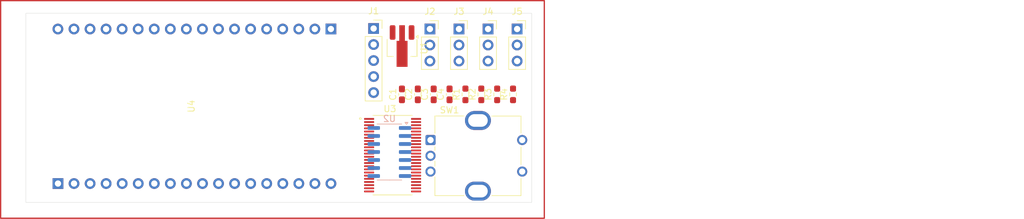
<source format=kicad_pcb>
(kicad_pcb (version 20240108) (generator "pcbnew") (generator_version "8.0")
  (layers (0 "F.Cu" signal) (31 "B.Cu" signal) (34 "B.Paste" user) (35 "F.Paste" user) (36 "B.SilkS" user "B.Silkscreen") (37 "F.SilkS" user "F.Silkscreen") (38 "B.Mask" user) (39 "F.Mask" user) (44 "Edge.Cuts" user))
  (net 0 "")
  (net 1 "VIN")
  (net 2 "GND")
  (net 3 "3V3")
  (net 4 "/UART_TX")
  (net 5 "/UART_RX")
  (net 6 "/UPDI")
  (net 8 "/PWM1")
  (net 9 "/PWM2")
  (net 10 "/PWM3")
  (net 11 "/VREAD")
  (net 12 "/SDA")
  (net 13 "/SCL")
  (net 14 "/B")
  (net 15 "/A")
  (net 16 "/SW")
  (net 17 "/10")
  (net 18 "/19")
  (net 19 "/22")
  (net 20 "/33")
  (net 21 "/9")
  (net 22 "/4")
  (net 23 "/COM0")
  (net 25 "/16")
  (net 26 "/COM3")
  (net 27 "/32")
  (net 28 "/1")
  (net 29 "/30")
  (net 30 "/0")
  (net 31 "/18")
  (net 32 "/COM1")
  (net 33 "/27")
  (net 34 "/7")
  (net 35 "/11")
  (net 38 "/14")
  (net 39 "/31")
  (net 40 "/12")
  (net 41 "/28")
  (net 42 "/13")
  (net 44 "/29")
  (net 46 "/35")
  (net 47 "/6")
  (net 48 "/15")
  (net 49 "/3")
  (net 50 "/34")
  (net 51 "/8")
  (net 52 "/2")
  (net 53 "/5")
  (net 54 "/17")
  (net 55 "/21")
  (net 56 "/COM2")
  (net 57 "/20")
  (footprint "servo_tester:VIM-878-DP" (layer "F.Cu") (at 148.67 70.75 90)
    (property "Reference" "U4" (at 0 -0.5 90) (layer "F.SilkS"))
    (property "Value" "VIM-878-DP-FC-S-LV")
    (pad "1" thru_hole rect (at -12.25 -21.6 90) (size 1.7 1.7) (drill 1) (layers "*.Cu" "*.Mask") (net 19 "/22"))
    (pad "2" thru_hole oval (at -12.25 -19.06 90) (size 1.7 1.7) (drill 1) (layers "*.Cu" "*.Mask") (net 55 "/21"))
    (pad "3" thru_hole oval (at -12.25 -16.52 90) (size 1.7 1.7) (drill 1) (layers "*.Cu" "*.Mask") (net 57 "/20"))
    (pad "4" thru_hole oval (at -12.25 -13.98 90) (size 1.7 1.7) (drill 1) (layers "*.Cu" "*.Mask") (net 18 "/19"))
    (pad "5" thru_hole oval (at -12.25 -11.44 90) (size 1.7 1.7) (drill 1) (layers "*.Cu" "*.Mask") (net 31 "/18"))
    (pad "6" thru_hole oval (at -12.25 -8.9 90) (size 1.7 1.7) (drill 1) (layers "*.Cu" "*.Mask") (net 54 "/17"))
    (pad "7" thru_hole oval (at -12.25 -6.36 90) (size 1.7 1.7) (drill 1) (layers "*.Cu" "*.Mask") (net 25 "/16"))
    (pad "8" thru_hole oval (at -12.25 -3.82 90) (size 1.7 1.7) (drill 1) (layers "*.Cu" "*.Mask") (net 48 "/15"))
    (pad "9" thru_hole oval (at -12.25 -1.28 90) (size 1.7 1.7) (drill 1) (layers "*.Cu" "*.Mask") (net 38 "/14"))
    (pad "10" thru_hole oval (at -12.25 1.26 90) (size 1.7 1.7) (drill 1) (layers "*.Cu" "*.Mask") (net 42 "/13"))
    (pad "11" thru_hole oval (at -12.25 3.8 90) (size 1.7 1.7) (drill 1) (layers "*.Cu" "*.Mask") (net 40 "/12"))
    (pad "12" thru_hole oval (at -12.25 6.34 90) (size 1.7 1.7) (drill 1) (layers "*.Cu" "*.Mask") (net 35 "/11"))
    (pad "13" thru_hole oval (at -12.25 8.88 90) (size 1.7 1.7) (drill 1) (layers "*.Cu" "*.Mask") (net 17 "/10"))
    (pad "14" thru_hole oval (at -12.25 11.42 90) (size 1.7 1.7) (drill 1) (layers "*.Cu" "*.Mask") (net 21 "/9"))
    (pad "15" thru_hole oval (at -12.25 13.96 90) (size 1.7 1.7) (drill 1) (layers "*.Cu" "*.Mask") (net 51 "/8"))
    (pad "16" thru_hole oval (at -12.25 16.5 90) (size 1.7 1.7) (drill 1) (layers "*.Cu" "*.Mask") (net 34 "/7"))
    (pad "17" thru_hole oval (at -12.25 19.04 90) (size 1.7 1.7) (drill 1) (layers "*.Cu" "*.Mask") (net 23 "/COM0"))
    (pad "18" thru_hole oval (at -12.25 21.58 90) (size 1.7 1.7) (drill 1) (layers "*.Cu" "*.Mask") (net 32 "/COM1"))
    (pad "19" thru_hole rect (at 12.25 21.57 270) (size 1.7 1.7) (drill 1) (layers "*.Cu" "*.Mask") (net 56 "/COM2"))
    (pad "20" thru_hole oval (at 12.25 19.03 270) (size 1.7 1.7) (drill 1) (layers "*.Cu" "*.Mask") (net 26 "/COM3"))
    (pad "21" thru_hole oval (at 12.25 16.49 270) (size 1.7 1.7) (drill 1) (layers "*.Cu" "*.Mask") (net 47 "/6"))
    (pad "22" thru_hole oval (at 12.25 13.95 270) (size 1.7 1.7) (drill 1) (layers "*.Cu" "*.Mask") (net 53 "/5"))
    (pad "23" thru_hole oval (at 12.25 11.41 270) (size 1.7 1.7) (drill 1) (layers "*.Cu" "*.Mask") (net 22 "/4"))
    (pad "24" thru_hole oval (at 12.25 8.87 270) (size 1.7 1.7) (drill 1) (layers "*.Cu" "*.Mask") (net 49 "/3"))
    (pad "25" thru_hole oval (at 12.25 6.33 270) (size 1.7 1.7) (drill 1) (layers "*.Cu" "*.Mask") (net 52 "/2"))
    (pad "26" thru_hole oval (at 12.25 3.79 270) (size 1.7 1.7) (drill 1) (layers "*.Cu" "*.Mask") (net 28 "/1"))
    (pad "27" thru_hole oval (at 12.25 1.25 270) (size 1.7 1.7) (drill 1) (layers "*.Cu" "*.Mask") (net 30 "/0"))
    (pad "28" thru_hole oval (at 12.25 -1.29 270) (size 1.7 1.7) (drill 1) (layers "*.Cu" "*.Mask") (net 46 "/35"))
    (pad "29" thru_hole oval (at 12.25 -3.83 270) (size 1.7 1.7) (drill 1) (layers "*.Cu" "*.Mask") (net 50 "/34"))
    (pad "30" thru_hole oval (at 12.25 -6.37 270) (size 1.7 1.7) (drill 1) (layers "*.Cu" "*.Mask") (net 20 "/33"))
    (pad "31" thru_hole oval (at 12.25 -8.91 270) (size 1.7 1.7) (drill 1) (layers "*.Cu" "*.Mask") (net 27 "/32"))
    (pad "32" thru_hole oval (at 12.25 -11.45 270) (size 1.7 1.7) (drill 1) (layers "*.Cu" "*.Mask") (net 39 "/31"))
    (pad "33" thru_hole oval (at 12.25 -13.99 270) (size 1.7 1.7) (drill 1) (layers "*.Cu" "*.Mask") (net 33 "/27"))
    (pad "34" thru_hole oval (at 12.25 -16.53 270) (size 1.7 1.7) (drill 1) (layers "*.Cu" "*.Mask") (net 41 "/28"))
    (pad "35" thru_hole oval (at 12.25 -19.07 270) (size 1.7 1.7) (drill 1) (layers "*.Cu" "*.Mask") (net 44 "/29"))
    (pad "36" thru_hole oval (at 12.25 -21.61 270) (size 1.7 1.7) (drill 1) (layers "*.Cu" "*.Mask") (net 29 "/30"))
  )
  (footprint "Resistor_SMD:R_0603_1608Metric_Pad0.98x0.95mm_HandSolder" (layer "F.Cu") (at 199.05 68.8625 90)
    (property "Reference" "R4" (at 0 -1.43 90) (layer "F.SilkS"))
    (property "Value" "4.7k")
    (fp_line (start -0.254724 -0.5225) (end 0.254724 -0.5225) (stroke (width 0.12)) (layer "F.SilkS"))
    (fp_line (start -0.254724 0.5225) (end 0.254724 0.5225) (stroke (width 0.12)) (layer "F.SilkS"))
    (pad "1" smd roundrect (at -0.9125 0 90) (size 0.975 0.95) (layers "F.Cu" "F.Paste" "F.Mask") (net 3 "3V3"))
    (pad "2" smd roundrect (at 0.9125 0 90) (size 0.975 0.95) (layers "F.Cu" "F.Paste" "F.Mask") (net 13 "/SCL"))
  )
  (footprint "Capacitor_SMD:C_0603_1608Metric_Pad1.08x0.95mm_HandSolder" (layer "F.Cu") (at 183.99 68.8625 90)
    (property "Reference" "C2" (at 0 -1.43 90) (layer "F.SilkS"))
    (property "Value" "2.2u")
    (fp_line (start -0.146267 -0.51) (end 0.146267 -0.51) (stroke (width 0.12)) (layer "F.SilkS"))
    (fp_line (start -0.146267 0.51) (end 0.146267 0.51) (stroke (width 0.12)) (layer "F.SilkS"))
    (pad "1" smd roundrect (at -0.8625 0 90) (size 1.075 0.95) (layers "F.Cu" "F.Paste" "F.Mask") (net 3 "3V3"))
    (pad "2" smd roundrect (at 0.8625 0 90) (size 1.075 0.95) (layers "F.Cu" "F.Paste" "F.Mask") (net 2 "GND"))
  )
  (footprint "Capacitor_SMD:C_0603_1608Metric_Pad1.08x0.95mm_HandSolder" (layer "F.Cu") (at 181.48 68.8625 90)
    (property "Reference" "C1" (at 0 -1.43 90) (layer "F.SilkS"))
    (property "Value" "1u")
    (fp_line (start -0.146267 -0.51) (end 0.146267 -0.51) (stroke (width 0.12)) (layer "F.SilkS"))
    (fp_line (start -0.146267 0.51) (end 0.146267 0.51) (stroke (width 0.12)) (layer "F.SilkS"))
    (pad "1" smd roundrect (at -0.8625 0 90) (size 1.075 0.95) (layers "F.Cu" "F.Paste" "F.Mask") (net 1 "VIN"))
    (pad "2" smd roundrect (at 0.8625 0 90) (size 1.075 0.95) (layers "F.Cu" "F.Paste" "F.Mask") (net 2 "GND"))
  )
  (footprint "Connector_PinSocket_2.54mm:PinSocket_1x03_P2.54mm_Vertical" (layer "F.Cu") (at 185.9 58.5)
    (property "Reference" "J2" (at 0 -2.77 0) (layer "F.SilkS"))
    (property "Value" "Power In")
    (fp_line (start -1.33 1.27) (end -1.33 6.41) (stroke (width 0.12)) (layer "F.SilkS"))
    (fp_line (start -1.33 1.27) (end 1.33 1.27) (stroke (width 0.12)) (layer "F.SilkS"))
    (fp_line (start -1.33 6.41) (end 1.33 6.41) (stroke (width 0.12)) (layer "F.SilkS"))
    (fp_line (start 0 -1.33) (end 1.33 -1.33) (stroke (width 0.12)) (layer "F.SilkS"))
    (fp_line (start 1.33 -1.33) (end 1.33 0) (stroke (width 0.12)) (layer "F.SilkS"))
    (fp_line (start 1.33 1.27) (end 1.33 6.41) (stroke (width 0.12)) (layer "F.SilkS"))
    (pad "1" thru_hole rect (at 0 0) (size 1.7 1.7) (drill 1) (layers "*.Cu" "*.Mask"))
    (pad "2" thru_hole oval (at 0 2.54) (size 1.7 1.7) (drill 1) (layers "*.Cu" "*.Mask") (net 1 "VIN"))
    (pad "3" thru_hole oval (at 0 5.08) (size 1.7 1.7) (drill 1) (layers "*.Cu" "*.Mask") (net 2 "GND"))
  )
  (footprint "servo_tester:SOP50P810X120-48N" (layer "F.Cu") (at 180 78.5)
    (property "Reference" "U3" (at -0.425 -7.335 0) (layer "F.SilkS"))
    (property "Value" "PCF8551ATT_AJ")
    (fp_line (start -3.1 -6.3) (end 3.1 -6.3) (stroke (width 0.127)) (layer "F.SilkS"))
    (fp_line (start -3.1 6.3) (end 3.1 6.3) (stroke (width 0.127)) (layer "F.SilkS"))
    (fp_circle (center -5.1 -5.8) (end -5 -5.8) (stroke (width 0.2)) (fill none) (layer "F.SilkS"))
    (pad "1" smd roundrect (at -3.715 -5.75) (size 1.59 0.29) (layers "F.Cu" "F.Paste" "F.Mask") (net 39 "/31"))
    (pad "2" smd roundrect (at -3.715 -5.25) (size 1.59 0.29) (layers "F.Cu" "F.Paste" "F.Mask") (net 27 "/32"))
    (pad "3" smd roundrect (at -3.715 -4.75) (size 1.59 0.29) (layers "F.Cu" "F.Paste" "F.Mask") (net 20 "/33"))
    (pad "4" smd roundrect (at -3.715 -4.25) (size 1.59 0.29) (layers "F.Cu" "F.Paste" "F.Mask") (net 50 "/34"))
    (pad "5" smd roundrect (at -3.715 -3.75) (size 1.59 0.29) (layers "F.Cu" "F.Paste" "F.Mask") (net 46 "/35"))
    (pad "6" smd roundrect (at -3.715 -3.25) (size 1.59 0.29) (layers "F.Cu" "F.Paste" "F.Mask") (net 23 "/COM0"))
    (pad "7" smd roundrect (at -3.715 -2.75) (size 1.59 0.29) (layers "F.Cu" "F.Paste" "F.Mask") (net 32 "/COM1"))
    (pad "8" smd roundrect (at -3.715 -2.25) (size 1.59 0.29) (layers "F.Cu" "F.Paste" "F.Mask") (net 56 "/COM2"))
    (pad "9" smd roundrect (at -3.715 -1.75) (size 1.59 0.29) (layers "F.Cu" "F.Paste" "F.Mask") (net 26 "/COM3"))
    (pad "10" smd roundrect (at -3.715 -1.25) (size 1.59 0.29) (layers "F.Cu" "F.Paste" "F.Mask") (net 3 "3V3"))
    (pad "11" smd roundrect (at -3.715 -0.75) (size 1.59 0.29) (layers "F.Cu" "F.Paste" "F.Mask") (net 3 "3V3"))
    (pad "12" smd roundrect (at -3.715 -0.25) (size 1.59 0.29) (layers "F.Cu" "F.Paste" "F.Mask") (net 2 "GND"))
    (pad "13" smd roundrect (at -3.715 0.25) (size 1.59 0.29) (layers "F.Cu" "F.Paste" "F.Mask") (net 2 "GND"))
    (pad "14" smd roundrect (at -3.715 0.75) (size 1.59 0.29) (layers "F.Cu" "F.Paste" "F.Mask"))
    (pad "15" smd roundrect (at -3.715 1.25) (size 1.59 0.29) (layers "F.Cu" "F.Paste" "F.Mask") (net 13 "/SCL"))
    (pad "16" smd roundrect (at -3.715 1.75) (size 1.59 0.29) (layers "F.Cu" "F.Paste" "F.Mask") (net 12 "/SDA"))
    (pad "17" smd roundrect (at -3.715 2.25) (size 1.59 0.29) (layers "F.Cu" "F.Paste" "F.Mask") (net 3 "3V3"))
    (pad "18" smd roundrect (at -3.715 2.75) (size 1.59 0.29) (layers "F.Cu" "F.Paste" "F.Mask") (net 30 "/0"))
    (pad "19" smd roundrect (at -3.715 3.25) (size 1.59 0.29) (layers "F.Cu" "F.Paste" "F.Mask") (net 28 "/1"))
    (pad "20" smd roundrect (at -3.715 3.75) (size 1.59 0.29) (layers "F.Cu" "F.Paste" "F.Mask") (net 52 "/2"))
    (pad "21" smd roundrect (at -3.715 4.25) (size 1.59 0.29) (layers "F.Cu" "F.Paste" "F.Mask") (net 49 "/3"))
    (pad "22" smd roundrect (at -3.715 4.75) (size 1.59 0.29) (layers "F.Cu" "F.Paste" "F.Mask") (net 22 "/4"))
    (pad "23" smd roundrect (at -3.715 5.25) (size 1.59 0.29) (layers "F.Cu" "F.Paste" "F.Mask") (net 53 "/5"))
    (pad "24" smd roundrect (at -3.715 5.75) (size 1.59 0.29) (layers "F.Cu" "F.Paste" "F.Mask") (net 47 "/6"))
    (pad "25" smd roundrect (at 3.715 5.75) (size 1.59 0.29) (layers "F.Cu" "F.Paste" "F.Mask") (net 34 "/7"))
    (pad "26" smd roundrect (at 3.715 5.25) (size 1.59 0.29) (layers "F.Cu" "F.Paste" "F.Mask") (net 51 "/8"))
    (pad "27" smd roundrect (at 3.715 4.75) (size 1.59 0.29) (layers "F.Cu" "F.Paste" "F.Mask") (net 21 "/9"))
    (pad "28" smd roundrect (at 3.715 4.25) (size 1.59 0.29) (layers "F.Cu" "F.Paste" "F.Mask") (net 17 "/10"))
    (pad "29" smd roundrect (at 3.715 3.75) (size 1.59 0.29) (layers "F.Cu" "F.Paste" "F.Mask") (net 35 "/11"))
    (pad "30" smd roundrect (at 3.715 3.25) (size 1.59 0.29) (layers "F.Cu" "F.Paste" "F.Mask") (net 40 "/12"))
    (pad "31" smd roundrect (at 3.715 2.75) (size 1.59 0.29) (layers "F.Cu" "F.Paste" "F.Mask") (net 42 "/13"))
    (pad "32" smd roundrect (at 3.715 2.25) (size 1.59 0.29) (layers "F.Cu" "F.Paste" "F.Mask") (net 38 "/14"))
    (pad "33" smd roundrect (at 3.715 1.75) (size 1.59 0.29) (layers "F.Cu" "F.Paste" "F.Mask") (net 48 "/15"))
    (pad "34" smd roundrect (at 3.715 1.25) (size 1.59 0.29) (layers "F.Cu" "F.Paste" "F.Mask") (net 25 "/16"))
    (pad "35" smd roundrect (at 3.715 0.75) (size 1.59 0.29) (layers "F.Cu" "F.Paste" "F.Mask") (net 54 "/17"))
    (pad "36" smd roundrect (at 3.715 0.25) (size 1.59 0.29) (layers "F.Cu" "F.Paste" "F.Mask") (net 31 "/18"))
    (pad "37" smd roundrect (at 3.715 -0.25) (size 1.59 0.29) (layers "F.Cu" "F.Paste" "F.Mask") (net 18 "/19"))
    (pad "38" smd roundrect (at 3.715 -0.75) (size 1.59 0.29) (layers "F.Cu" "F.Paste" "F.Mask") (net 57 "/20"))
    (pad "39" smd roundrect (at 3.715 -1.25) (size 1.59 0.29) (layers "F.Cu" "F.Paste" "F.Mask") (net 55 "/21"))
    (pad "40" smd roundrect (at 3.715 -1.75) (size 1.59 0.29) (layers "F.Cu" "F.Paste" "F.Mask") (net 19 "/22"))
    (pad "41" smd roundrect (at 3.715 -2.25) (size 1.59 0.29) (layers "F.Cu" "F.Paste" "F.Mask"))
    (pad "42" smd roundrect (at 3.715 -2.75) (size 1.59 0.29) (layers "F.Cu" "F.Paste" "F.Mask"))
    (pad "43" smd roundrect (at 3.715 -3.25) (size 1.59 0.29) (layers "F.Cu" "F.Paste" "F.Mask"))
    (pad "44" smd roundrect (at 3.715 -3.75) (size 1.59 0.29) (layers "F.Cu" "F.Paste" "F.Mask"))
    (pad "45" smd roundrect (at 3.715 -4.25) (size 1.59 0.29) (layers "F.Cu" "F.Paste" "F.Mask") (net 33 "/27"))
    (pad "46" smd roundrect (at 3.715 -4.75) (size 1.59 0.29) (layers "F.Cu" "F.Paste" "F.Mask") (net 41 "/28"))
    (pad "47" smd roundrect (at 3.715 -5.25) (size 1.59 0.29) (layers "F.Cu" "F.Paste" "F.Mask") (net 44 "/29"))
    (pad "48" smd roundrect (at 3.715 -5.75) (size 1.59 0.29) (layers "F.Cu" "F.Paste" "F.Mask") (net 29 "/30"))
  )
  (footprint "Connector_PinSocket_2.54mm:PinSocket_1x05_P2.54mm_Vertical" (layer "F.Cu") (at 177 58.42)
    (property "Reference" "J1" (at 0 -2.77 0) (layer "F.SilkS"))
    (property "Value" "Prog")
    (fp_line (start -1.33 1.27) (end -1.33 11.49) (stroke (width 0.12)) (layer "F.SilkS"))
    (fp_line (start -1.33 1.27) (end 1.33 1.27) (stroke (width 0.12)) (layer "F.SilkS"))
    (fp_line (start -1.33 11.49) (end 1.33 11.49) (stroke (width 0.12)) (layer "F.SilkS"))
    (fp_line (start 0 -1.33) (end 1.33 -1.33) (stroke (width 0.12)) (layer "F.SilkS"))
    (fp_line (start 1.33 -1.33) (end 1.33 0) (stroke (width 0.12)) (layer "F.SilkS"))
    (fp_line (start 1.33 1.27) (end 1.33 11.49) (stroke (width 0.12)) (layer "F.SilkS"))
    (pad "1" thru_hole rect (at 0 0) (size 1.7 1.7) (drill 1) (layers "*.Cu" "*.Mask") (net 6 "/UPDI"))
    (pad "2" thru_hole oval (at 0 2.54) (size 1.7 1.7) (drill 1) (layers "*.Cu" "*.Mask") (net 3 "3V3"))
    (pad "3" thru_hole oval (at 0 5.08) (size 1.7 1.7) (drill 1) (layers "*.Cu" "*.Mask") (net 2 "GND"))
    (pad "4" thru_hole oval (at 0 7.62) (size 1.7 1.7) (drill 1) (layers "*.Cu" "*.Mask") (net 5 "/UART_RX"))
    (pad "5" thru_hole oval (at 0 10.16) (size 1.7 1.7) (drill 1) (layers "*.Cu" "*.Mask") (net 4 "/UART_TX"))
  )
  (footprint "Connector_PinSocket_2.54mm:PinSocket_1x03_P2.54mm_Vertical" (layer "F.Cu") (at 199.7 58.5)
    (property "Reference" "J5" (at 0 -2.77 0) (layer "F.SilkS"))
    (property "Value" "Servo 3")
    (fp_line (start -1.33 1.27) (end -1.33 6.41) (stroke (width 0.12)) (layer "F.SilkS"))
    (fp_line (start -1.33 1.27) (end 1.33 1.27) (stroke (width 0.12)) (layer "F.SilkS"))
    (fp_line (start -1.33 6.41) (end 1.33 6.41) (stroke (width 0.12)) (layer "F.SilkS"))
    (fp_line (start 0 -1.33) (end 1.33 -1.33) (stroke (width 0.12)) (layer "F.SilkS"))
    (fp_line (start 1.33 -1.33) (end 1.33 0) (stroke (width 0.12)) (layer "F.SilkS"))
    (fp_line (start 1.33 1.27) (end 1.33 6.41) (stroke (width 0.12)) (layer "F.SilkS"))
    (pad "1" thru_hole rect (at 0 0) (size 1.7 1.7) (drill 1) (layers "*.Cu" "*.Mask") (net 10 "/PWM3"))
    (pad "2" thru_hole oval (at 0 2.54) (size 1.7 1.7) (drill 1) (layers "*.Cu" "*.Mask") (net 1 "VIN"))
    (pad "3" thru_hole oval (at 0 5.08) (size 1.7 1.7) (drill 1) (layers "*.Cu" "*.Mask") (net 2 "GND"))
  )
  (footprint "Rotary_Encoder:RotaryEncoder_Bourns_Vertical_PEC12R-3x17F-Sxxxx" (layer "F.Cu") (at 186 76.1)
    (property "Reference" "SW1" (at 3 -4.75 180) (layer "F.SilkS"))
    (property "Value" "RotaryEncoder_Switch")
    (fp_line (start 0.69 -3.81) (end 5.3 -3.81) (stroke (width 0.12)) (layer "F.SilkS"))
    (fp_line (start 0.69 -1.05) (end 0.69 -3.81) (stroke (width 0.12)) (layer "F.SilkS"))
    (fp_line (start 0.69 1.05) (end 0.69 1.65) (stroke (width 0.12)) (layer "F.SilkS"))
    (fp_line (start 0.69 3.35) (end 0.69 4.15) (stroke (width 0.12)) (layer "F.SilkS"))
    (fp_line (start 0.69 5.85) (end 0.69 8.81) (stroke (width 0.12)) (layer "F.SilkS"))
    (fp_line (start 5.3 8.81) (end 0.69 8.81) (stroke (width 0.12)) (layer "F.SilkS"))
    (fp_line (start 9.7 -3.8) (end 14.31 -3.8) (stroke (width 0.12)) (layer "F.SilkS"))
    (fp_line (start 14.31 -3.8) (end 14.31 -1.1) (stroke (width 0.12)) (layer "F.SilkS"))
    (fp_line (start 14.31 1.1) (end 14.31 3.9) (stroke (width 0.12)) (layer "F.SilkS"))
    (fp_line (start 14.31 6.1) (end 14.31 8.81) (stroke (width 0.12)) (layer "F.SilkS"))
    (fp_line (start 14.31 8.81) (end 9.7 8.81) (stroke (width 0.12)) (layer "F.SilkS"))
    (pad "A" thru_hole roundrect (at 0 0) (size 1.6 1.6) (drill 1) (layers "*.Cu" "*.Mask") (roundrect_rratio 0.15625) (net 15 "/A"))
    (pad "B" thru_hole circle (at 0 5) (size 1.6 1.6) (drill 1) (layers "*.Cu" "*.Mask") (net 14 "/B"))
    (pad "C" thru_hole circle (at 0 2.5) (size 1.6 1.6) (drill 1) (layers "*.Cu" "*.Mask") (net 2 "GND"))
    (pad "S1" thru_hole circle (at 14.5 0) (size 1.6 1.6) (drill 1) (layers "*.Cu" "*.Mask") (net 16 "/SW"))
    (pad "S2" thru_hole circle (at 14.5 5) (size 1.6 1.6) (drill 1) (layers "*.Cu" "*.Mask") (net 2 "GND"))
    (pad "SH" thru_hole oval (at 7.5 -3.1) (size 4.1 3) (drill oval 3.1 2) (layers "*.Cu" "*.Mask"))
    (pad "SH" thru_hole oval (at 7.5 8.1) (size 4.1 3) (drill oval 3.1 2) (layers "*.Cu" "*.Mask"))
  )
  (footprint "Resistor_SMD:R_0603_1608Metric_Pad0.98x0.95mm_HandSolder" (layer "F.Cu") (at 196.54 68.8625 90)
    (property "Reference" "R3" (at 0 -1.43 90) (layer "F.SilkS"))
    (property "Value" "4.7k")
    (fp_line (start -0.254724 -0.5225) (end 0.254724 -0.5225) (stroke (width 0.12)) (layer "F.SilkS"))
    (fp_line (start -0.254724 0.5225) (end 0.254724 0.5225) (stroke (width 0.12)) (layer "F.SilkS"))
    (pad "1" smd roundrect (at -0.9125 0 90) (size 0.975 0.95) (layers "F.Cu" "F.Paste" "F.Mask") (net 3 "3V3"))
    (pad "2" smd roundrect (at 0.9125 0 90) (size 0.975 0.95) (layers "F.Cu" "F.Paste" "F.Mask") (net 12 "/SDA"))
  )
  (footprint "Connector_PinSocket_2.54mm:PinSocket_1x03_P2.54mm_Vertical" (layer "F.Cu") (at 190.5 58.5)
    (property "Reference" "J3" (at 0 -2.77 0) (layer "F.SilkS"))
    (property "Value" "Servo 1")
    (fp_line (start -1.33 1.27) (end -1.33 6.41) (stroke (width 0.12)) (layer "F.SilkS"))
    (fp_line (start -1.33 1.27) (end 1.33 1.27) (stroke (width 0.12)) (layer "F.SilkS"))
    (fp_line (start -1.33 6.41) (end 1.33 6.41) (stroke (width 0.12)) (layer "F.SilkS"))
    (fp_line (start 0 -1.33) (end 1.33 -1.33) (stroke (width 0.12)) (layer "F.SilkS"))
    (fp_line (start 1.33 -1.33) (end 1.33 0) (stroke (width 0.12)) (layer "F.SilkS"))
    (fp_line (start 1.33 1.27) (end 1.33 6.41) (stroke (width 0.12)) (layer "F.SilkS"))
    (pad "1" thru_hole rect (at 0 0) (size 1.7 1.7) (drill 1) (layers "*.Cu" "*.Mask") (net 8 "/PWM1"))
    (pad "2" thru_hole oval (at 0 2.54) (size 1.7 1.7) (drill 1) (layers "*.Cu" "*.Mask") (net 1 "VIN"))
    (pad "3" thru_hole oval (at 0 5.08) (size 1.7 1.7) (drill 1) (layers "*.Cu" "*.Mask") (net 2 "GND"))
  )
  (footprint "Capacitor_SMD:C_0603_1608Metric_Pad1.08x0.95mm_HandSolder" (layer "F.Cu") (at 186.5 68.8625 90)
    (property "Reference" "C3" (at 0 -1.43 90) (layer "F.SilkS"))
    (property "Value" "100n")
    (fp_line (start -0.146267 -0.51) (end 0.146267 -0.51) (stroke (width 0.12)) (layer "F.SilkS"))
    (fp_line (start -0.146267 0.51) (end 0.146267 0.51) (stroke (width 0.12)) (layer "F.SilkS"))
    (pad "1" smd roundrect (at -0.8625 0 90) (size 1.075 0.95) (layers "F.Cu" "F.Paste" "F.Mask") (net 3 "3V3"))
    (pad "2" smd roundrect (at 0.8625 0 90) (size 1.075 0.95) (layers "F.Cu" "F.Paste" "F.Mask") (net 2 "GND"))
  )
  (footprint "Resistor_SMD:R_0603_1608Metric_Pad0.98x0.95mm_HandSolder" (layer "F.Cu") (at 191.52 68.8625 90)
    (property "Reference" "R1" (at 0 -1.43 90) (layer "F.SilkS"))
    (property "Value" "15k")
    (fp_line (start -0.254724 -0.5225) (end 0.254724 -0.5225) (stroke (width 0.12)) (layer "F.SilkS"))
    (fp_line (start -0.254724 0.5225) (end 0.254724 0.5225) (stroke (width 0.12)) (layer "F.SilkS"))
    (pad "1" smd roundrect (at -0.9125 0 90) (size 0.975 0.95) (layers "F.Cu" "F.Paste" "F.Mask") (net 1 "VIN"))
    (pad "2" smd roundrect (at 0.9125 0 90) (size 0.975 0.95) (layers "F.Cu" "F.Paste" "F.Mask") (net 11 "/VREAD"))
  )
  (footprint "Capacitor_SMD:C_0603_1608Metric_Pad1.08x0.95mm_HandSolder" (layer "F.Cu") (at 189.01 68.8625 90)
    (property "Reference" "C4" (at 0 -1.43 90) (layer "F.SilkS"))
    (property "Value" "100n")
    (fp_line (start -0.146267 -0.51) (end 0.146267 -0.51) (stroke (width 0.12)) (layer "F.SilkS"))
    (fp_line (start -0.146267 0.51) (end 0.146267 0.51) (stroke (width 0.12)) (layer "F.SilkS"))
    (pad "1" smd roundrect (at -0.8625 0 90) (size 1.075 0.95) (layers "F.Cu" "F.Paste" "F.Mask") (net 3 "3V3"))
    (pad "2" smd roundrect (at 0.8625 0 90) (size 1.075 0.95) (layers "F.Cu" "F.Paste" "F.Mask") (net 2 "GND"))
  )
  (footprint "Resistor_SMD:R_0603_1608Metric_Pad0.98x0.95mm_HandSolder" (layer "F.Cu") (at 194.03 68.8625 90)
    (property "Reference" "R2" (at 0 -1.43 90) (layer "F.SilkS"))
    (property "Value" "4.7k")
    (fp_line (start -0.254724 -0.5225) (end 0.254724 -0.5225) (stroke (width 0.12)) (layer "F.SilkS"))
    (fp_line (start -0.254724 0.5225) (end 0.254724 0.5225) (stroke (width 0.12)) (layer "F.SilkS"))
    (pad "1" smd roundrect (at -0.9125 0 90) (size 0.975 0.95) (layers "F.Cu" "F.Paste" "F.Mask") (net 11 "/VREAD"))
    (pad "2" smd roundrect (at 0.9125 0 90) (size 0.975 0.95) (layers "F.Cu" "F.Paste" "F.Mask") (net 2 "GND"))
  )
  (footprint "Package_TO_SOT_SMD:SOT-89-3_Handsoldering" (layer "F.Cu") (at 181.5 61.5 -90)
    (property "Reference" "U1" (at 0 -3.5 90) (layer "F.SilkS"))
    (property "Value" "AP2205-33Y-13")
    (fp_line (start 1.36 2.36) (end -1.36 2.36) (stroke (width 0.12)) (layer "F.SilkS"))
    (fp_line (start 1.36 1.38) (end 1.36 2.36) (stroke (width 0.12)) (layer "F.SilkS"))
    (fp_line (start 1.36 -1.38) (end 1.36 -2.36) (stroke (width 0.12)) (layer "F.SilkS"))
    (fp_line (start -1.36 -2.36) (end 1.36 -2.36) (stroke (width 0.12)) (layer "F.SilkS"))
    (fp_line (start -1.22 -2.36) (end 1.36 -2.36) (stroke (width 0.12)) (layer "F.SilkS"))
    (fp_poly (pts (xy -1.77 -2.21) (xy -2.01 -2.54) (xy -1.53 -2.54) (xy -1.77 -2.21)) (stroke (width 0.12)) (fill solid) (layer "F.SilkS"))
    (pad "1" smd roundrect (at -2.45 -1.5 270) (size 2.3 0.9) (layers "F.Cu" "F.Paste" "F.Mask") (net 1 "VIN"))
    (pad "2" smd custom (at -2.3625 0 270) (size 2.475 0.9) (layers "F.Cu" "F.Paste" "F.Mask") (net 2 "GND") (options (clearance outline) (anchor rect)) (primitives (gr_poly (pts (xy 5.3625 0.8665) (xy 1.2375 0.8665) (xy 1.2375 -0.8665) (xy 5.3625 -0.8665)) (width 0) (fill yes))))
    (pad "3" smd roundrect (at -2.45 1.5 270) (size 2.3 0.9) (layers "F.Cu" "F.Paste" "F.Mask") (net 3 "3V3"))
  )
  (footprint "Connector_PinSocket_2.54mm:PinSocket_1x03_P2.54mm_Vertical" (layer "F.Cu") (at 195.1 58.5)
    (property "Reference" "J4" (at 0 -2.77 0) (layer "F.SilkS"))
    (property "Value" "Servo 2")
    (fp_line (start -1.33 1.27) (end -1.33 6.41) (stroke (width 0.12)) (layer "F.SilkS"))
    (fp_line (start -1.33 1.27) (end 1.33 1.27) (stroke (width 0.12)) (layer "F.SilkS"))
    (fp_line (start -1.33 6.41) (end 1.33 6.41) (stroke (width 0.12)) (layer "F.SilkS"))
    (fp_line (start 0 -1.33) (end 1.33 -1.33) (stroke (width 0.12)) (layer "F.SilkS"))
    (fp_line (start 1.33 -1.33) (end 1.33 0) (stroke (width 0.12)) (layer "F.SilkS"))
    (fp_line (start 1.33 1.27) (end 1.33 6.41) (stroke (width 0.12)) (layer "F.SilkS"))
    (pad "1" thru_hole rect (at 0 0) (size 1.7 1.7) (drill 1) (layers "*.Cu" "*.Mask") (net 9 "/PWM2"))
    (pad "2" thru_hole oval (at 0 2.54) (size 1.7 1.7) (drill 1) (layers "*.Cu" "*.Mask") (net 1 "VIN"))
    (pad "3" thru_hole oval (at 0 5.08) (size 1.7 1.7) (drill 1) (layers "*.Cu" "*.Mask") (net 2 "GND"))
  )
  (footprint "Package_SO:SOIC-14_3.9x8.7mm_P1.27mm" (layer "B.Cu") (at 179.5 78 180)
    (property "Reference" "U2" (at 0 5.28 0) (layer "B.SilkS") (effects (justify mirror)))
    (property "Value" "ATtiny404-SS")
    (fp_line (start 1.95 4.435) (end 0 4.435) (stroke (width 0.12)) (layer "B.SilkS"))
    (fp_line (start 1.95 -4.435) (end 0 -4.435) (stroke (width 0.12)) (layer "B.SilkS"))
    (fp_line (start -1.95 4.435) (end 0 4.435) (stroke (width 0.12)) (layer "B.SilkS"))
    (fp_line (start -1.95 -4.435) (end 0 -4.435) (stroke (width 0.12)) (layer "B.SilkS"))
    (fp_poly (pts (xy -2.7 4.37) (xy -2.94 4.7) (xy -2.46 4.7) (xy -2.7 4.37)) (stroke (width 0.12)) (fill solid) (layer "B.SilkS"))
    (pad "1" smd roundrect (at -2.475 3.81 180) (size 1.95 0.6) (layers "B.Cu" "B.Paste" "B.Mask") (net 3 "3V3"))
    (pad "2" smd roundrect (at -2.475 2.54 180) (size 1.95 0.6) (layers "B.Cu" "B.Paste" "B.Mask") (net 9 "/PWM2"))
    (pad "3" smd roundrect (at -2.475 1.27 180) (size 1.95 0.6) (layers "B.Cu" "B.Paste" "B.Mask") (net 8 "/PWM1"))
    (pad "4" smd roundrect (at -2.475 0 180) (size 1.95 0.6) (layers "B.Cu" "B.Paste" "B.Mask") (net 14 "/B"))
    (pad "5" smd roundrect (at -2.475 -1.27 180) (size 1.95 0.6) (layers "B.Cu" "B.Paste" "B.Mask") (net 11 "/VREAD"))
    (pad "6" smd roundrect (at -2.475 -2.54 180) (size 1.95 0.6) (layers "B.Cu" "B.Paste" "B.Mask") (net 5 "/UART_RX"))
    (pad "7" smd roundrect (at -2.475 -3.81 180) (size 1.95 0.6) (layers "B.Cu" "B.Paste" "B.Mask") (net 4 "/UART_TX"))
    (pad "8" smd roundrect (at 2.475 -3.81 180) (size 1.95 0.6) (layers "B.Cu" "B.Paste" "B.Mask") (net 12 "/SDA"))
    (pad "9" smd roundrect (at 2.475 -2.54 180) (size 1.95 0.6) (layers "B.Cu" "B.Paste" "B.Mask") (net 13 "/SCL"))
    (pad "10" smd roundrect (at 2.475 -1.27 180) (size 1.95 0.6) (layers "B.Cu" "B.Paste" "B.Mask") (net 6 "/UPDI"))
    (pad "11" smd roundrect (at 2.475 0 180) (size 1.95 0.6) (layers "B.Cu" "B.Paste" "B.Mask") (net 16 "/SW"))
    (pad "12" smd roundrect (at 2.475 1.27 180) (size 1.95 0.6) (layers "B.Cu" "B.Paste" "B.Mask") (net 15 "/A"))
    (pad "13" smd roundrect (at 2.475 2.54 180) (size 1.95 0.6) (layers "B.Cu" "B.Paste" "B.Mask") (net 10 "/PWM3"))
    (pad "14" smd roundrect (at 2.475 3.81 180) (size 1.95 0.6) (layers "B.Cu" "B.Paste" "B.Mask") (net 2 "GND"))
  )
  (gr_rect (start 118 54) (end 204 88.5) (stroke (width 0.2)) (fill none) (layer "F.Cu"))
  (gr_rect (start 122 56) (end 202 86) (stroke (width 0.05)) (fill none) (layer "Edge.Cuts"))
)
</source>
